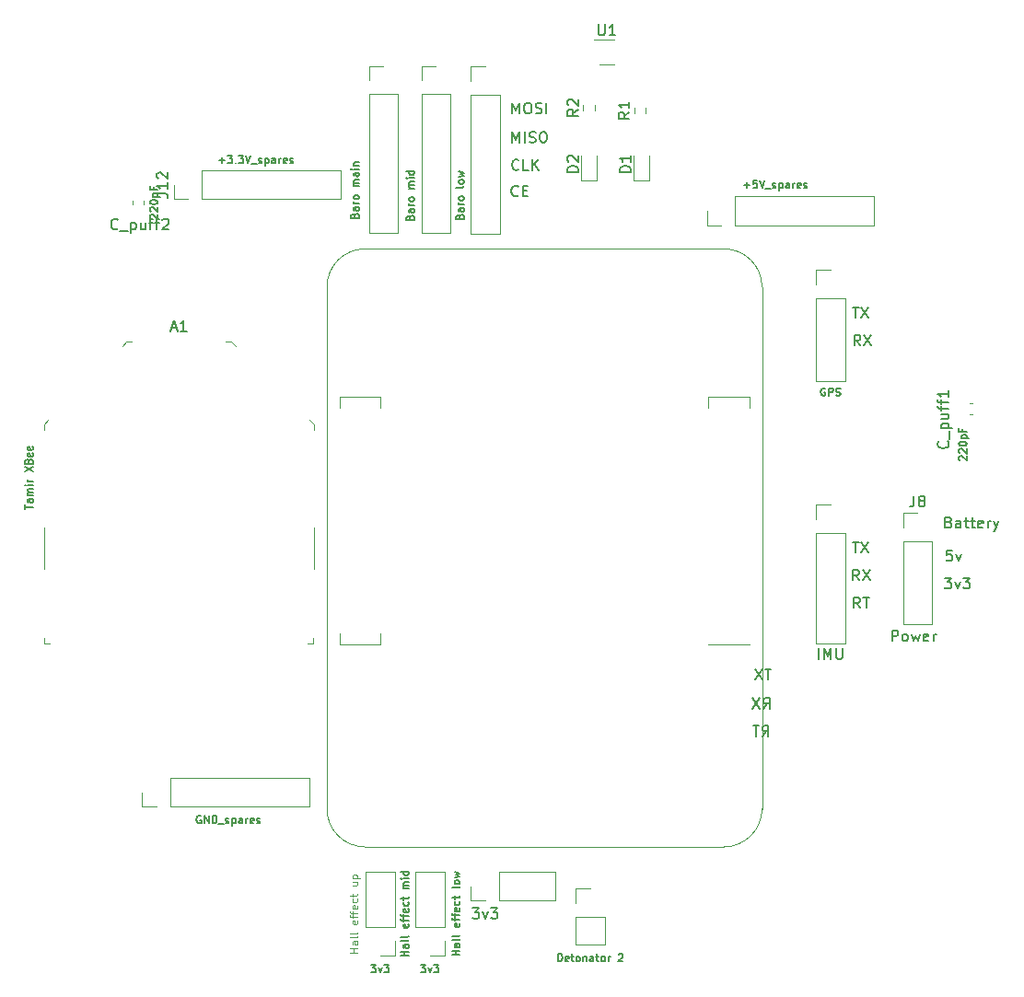
<source format=gto>
%TF.GenerationSoftware,KiCad,Pcbnew,(6.0.5)*%
%TF.CreationDate,2023-03-12T20:27:36+02:00*%
%TF.ProjectId,rpi-cm4-base-carrier-rocket,7270692d-636d-4342-9d62-6173652d6361,v01*%
%TF.SameCoordinates,Original*%
%TF.FileFunction,Legend,Top*%
%TF.FilePolarity,Positive*%
%FSLAX46Y46*%
G04 Gerber Fmt 4.6, Leading zero omitted, Abs format (unit mm)*
G04 Created by KiCad (PCBNEW (6.0.5)) date 2023-03-12 20:27:36*
%MOMM*%
%LPD*%
G01*
G04 APERTURE LIST*
%ADD10C,0.150000*%
%ADD11C,0.125000*%
%ADD12C,0.120000*%
%ADD13C,0.100000*%
G04 APERTURE END LIST*
D10*
X173061333Y-109291380D02*
X172728000Y-108815190D01*
X172489904Y-109291380D02*
X172489904Y-108291380D01*
X172870857Y-108291380D01*
X172966095Y-108339000D01*
X173013714Y-108386619D01*
X173061333Y-108481857D01*
X173061333Y-108624714D01*
X173013714Y-108719952D01*
X172966095Y-108767571D01*
X172870857Y-108815190D01*
X172489904Y-108815190D01*
X173394666Y-108291380D02*
X174061333Y-109291380D01*
X174061333Y-108291380D02*
X173394666Y-109291380D01*
X169338761Y-116530380D02*
X169338761Y-115530380D01*
X169814952Y-116530380D02*
X169814952Y-115530380D01*
X170148285Y-116244666D01*
X170481619Y-115530380D01*
X170481619Y-116530380D01*
X170957809Y-115530380D02*
X170957809Y-116339904D01*
X171005428Y-116435142D01*
X171053047Y-116482761D01*
X171148285Y-116530380D01*
X171338761Y-116530380D01*
X171434000Y-116482761D01*
X171481619Y-116435142D01*
X171529238Y-116339904D01*
X171529238Y-115530380D01*
X172466095Y-84161380D02*
X173037523Y-84161380D01*
X172751809Y-85161380D02*
X172751809Y-84161380D01*
X173275619Y-84161380D02*
X173942285Y-85161380D01*
X173942285Y-84161380D02*
X173275619Y-85161380D01*
X172466095Y-105751380D02*
X173037523Y-105751380D01*
X172751809Y-106751380D02*
X172751809Y-105751380D01*
X173275619Y-105751380D02*
X173942285Y-106751380D01*
X173942285Y-105751380D02*
X173275619Y-106751380D01*
X132770666Y-144650666D02*
X133204000Y-144650666D01*
X132970666Y-144917333D01*
X133070666Y-144917333D01*
X133137333Y-144950666D01*
X133170666Y-144984000D01*
X133204000Y-145050666D01*
X133204000Y-145217333D01*
X133170666Y-145284000D01*
X133137333Y-145317333D01*
X133070666Y-145350666D01*
X132870666Y-145350666D01*
X132804000Y-145317333D01*
X132770666Y-145284000D01*
X133437333Y-144884000D02*
X133604000Y-145350666D01*
X133770666Y-144884000D01*
X133970666Y-144650666D02*
X134404000Y-144650666D01*
X134170666Y-144917333D01*
X134270666Y-144917333D01*
X134337333Y-144950666D01*
X134370666Y-144984000D01*
X134404000Y-145050666D01*
X134404000Y-145217333D01*
X134370666Y-145284000D01*
X134337333Y-145317333D01*
X134270666Y-145350666D01*
X134070666Y-145350666D01*
X134004000Y-145317333D01*
X133970666Y-145284000D01*
X141176571Y-66365380D02*
X141176571Y-65365380D01*
X141509904Y-66079666D01*
X141843238Y-65365380D01*
X141843238Y-66365380D01*
X142509904Y-65365380D02*
X142700380Y-65365380D01*
X142795619Y-65413000D01*
X142890857Y-65508238D01*
X142938476Y-65698714D01*
X142938476Y-66032047D01*
X142890857Y-66222523D01*
X142795619Y-66317761D01*
X142700380Y-66365380D01*
X142509904Y-66365380D01*
X142414666Y-66317761D01*
X142319428Y-66222523D01*
X142271809Y-66032047D01*
X142271809Y-65698714D01*
X142319428Y-65508238D01*
X142414666Y-65413000D01*
X142509904Y-65365380D01*
X143319428Y-66317761D02*
X143462285Y-66365380D01*
X143700380Y-66365380D01*
X143795619Y-66317761D01*
X143843238Y-66270142D01*
X143890857Y-66174904D01*
X143890857Y-66079666D01*
X143843238Y-65984428D01*
X143795619Y-65936809D01*
X143700380Y-65889190D01*
X143509904Y-65841571D01*
X143414666Y-65793952D01*
X143367047Y-65746333D01*
X143319428Y-65651095D01*
X143319428Y-65555857D01*
X143367047Y-65460619D01*
X143414666Y-65413000D01*
X143509904Y-65365380D01*
X143748000Y-65365380D01*
X143890857Y-65413000D01*
X144319428Y-66365380D02*
X144319428Y-65365380D01*
X164250666Y-121102380D02*
X164584000Y-120626190D01*
X164822095Y-121102380D02*
X164822095Y-120102380D01*
X164441142Y-120102380D01*
X164345904Y-120150000D01*
X164298285Y-120197619D01*
X164250666Y-120292857D01*
X164250666Y-120435714D01*
X164298285Y-120530952D01*
X164345904Y-120578571D01*
X164441142Y-120626190D01*
X164822095Y-120626190D01*
X163917333Y-120102380D02*
X163250666Y-121102380D01*
X163250666Y-120102380D02*
X163917333Y-121102380D01*
X137493523Y-139406380D02*
X138112571Y-139406380D01*
X137779238Y-139787333D01*
X137922095Y-139787333D01*
X138017333Y-139834952D01*
X138064952Y-139882571D01*
X138112571Y-139977809D01*
X138112571Y-140215904D01*
X138064952Y-140311142D01*
X138017333Y-140358761D01*
X137922095Y-140406380D01*
X137636380Y-140406380D01*
X137541142Y-140358761D01*
X137493523Y-140311142D01*
X138445904Y-139739714D02*
X138684000Y-140406380D01*
X138922095Y-139739714D01*
X139207809Y-139406380D02*
X139826857Y-139406380D01*
X139493523Y-139787333D01*
X139636380Y-139787333D01*
X139731619Y-139834952D01*
X139779238Y-139882571D01*
X139826857Y-139977809D01*
X139826857Y-140215904D01*
X139779238Y-140311142D01*
X139731619Y-140358761D01*
X139636380Y-140406380D01*
X139350666Y-140406380D01*
X139255428Y-140358761D01*
X139207809Y-140311142D01*
X164155428Y-123642380D02*
X164488761Y-123166190D01*
X164726857Y-123642380D02*
X164726857Y-122642380D01*
X164345904Y-122642380D01*
X164250666Y-122690000D01*
X164203047Y-122737619D01*
X164155428Y-122832857D01*
X164155428Y-122975714D01*
X164203047Y-123070952D01*
X164250666Y-123118571D01*
X164345904Y-123166190D01*
X164726857Y-123166190D01*
X163869714Y-122642380D02*
X163298285Y-122642380D01*
X163584000Y-123642380D02*
X163584000Y-122642380D01*
X128198666Y-144650666D02*
X128632000Y-144650666D01*
X128398666Y-144917333D01*
X128498666Y-144917333D01*
X128565333Y-144950666D01*
X128598666Y-144984000D01*
X128632000Y-145050666D01*
X128632000Y-145217333D01*
X128598666Y-145284000D01*
X128565333Y-145317333D01*
X128498666Y-145350666D01*
X128298666Y-145350666D01*
X128232000Y-145317333D01*
X128198666Y-145284000D01*
X128865333Y-144884000D02*
X129032000Y-145350666D01*
X129198666Y-144884000D01*
X129398666Y-144650666D02*
X129832000Y-144650666D01*
X129598666Y-144917333D01*
X129698666Y-144917333D01*
X129765333Y-144950666D01*
X129798666Y-144984000D01*
X129832000Y-145050666D01*
X129832000Y-145217333D01*
X129798666Y-145284000D01*
X129765333Y-145317333D01*
X129698666Y-145350666D01*
X129498666Y-145350666D01*
X129432000Y-145317333D01*
X129398666Y-145284000D01*
X141771761Y-71477142D02*
X141724142Y-71524761D01*
X141581285Y-71572380D01*
X141486047Y-71572380D01*
X141343190Y-71524761D01*
X141247952Y-71429523D01*
X141200333Y-71334285D01*
X141152714Y-71143809D01*
X141152714Y-71000952D01*
X141200333Y-70810476D01*
X141247952Y-70715238D01*
X141343190Y-70620000D01*
X141486047Y-70572380D01*
X141581285Y-70572380D01*
X141724142Y-70620000D01*
X141771761Y-70667619D01*
X142676523Y-71572380D02*
X142200333Y-71572380D01*
X142200333Y-70572380D01*
X143009857Y-71572380D02*
X143009857Y-70572380D01*
X143581285Y-71572380D02*
X143152714Y-71000952D01*
X143581285Y-70572380D02*
X143009857Y-71143809D01*
X181316571Y-103941571D02*
X181459428Y-103989190D01*
X181507047Y-104036809D01*
X181554666Y-104132047D01*
X181554666Y-104274904D01*
X181507047Y-104370142D01*
X181459428Y-104417761D01*
X181364190Y-104465380D01*
X180983238Y-104465380D01*
X180983238Y-103465380D01*
X181316571Y-103465380D01*
X181411809Y-103513000D01*
X181459428Y-103560619D01*
X181507047Y-103655857D01*
X181507047Y-103751095D01*
X181459428Y-103846333D01*
X181411809Y-103893952D01*
X181316571Y-103941571D01*
X180983238Y-103941571D01*
X182411809Y-104465380D02*
X182411809Y-103941571D01*
X182364190Y-103846333D01*
X182268952Y-103798714D01*
X182078476Y-103798714D01*
X181983238Y-103846333D01*
X182411809Y-104417761D02*
X182316571Y-104465380D01*
X182078476Y-104465380D01*
X181983238Y-104417761D01*
X181935619Y-104322523D01*
X181935619Y-104227285D01*
X181983238Y-104132047D01*
X182078476Y-104084428D01*
X182316571Y-104084428D01*
X182411809Y-104036809D01*
X182745142Y-103798714D02*
X183126095Y-103798714D01*
X182888000Y-103465380D02*
X182888000Y-104322523D01*
X182935619Y-104417761D01*
X183030857Y-104465380D01*
X183126095Y-104465380D01*
X183316571Y-103798714D02*
X183697523Y-103798714D01*
X183459428Y-103465380D02*
X183459428Y-104322523D01*
X183507047Y-104417761D01*
X183602285Y-104465380D01*
X183697523Y-104465380D01*
X184411809Y-104417761D02*
X184316571Y-104465380D01*
X184126095Y-104465380D01*
X184030857Y-104417761D01*
X183983238Y-104322523D01*
X183983238Y-103941571D01*
X184030857Y-103846333D01*
X184126095Y-103798714D01*
X184316571Y-103798714D01*
X184411809Y-103846333D01*
X184459428Y-103941571D01*
X184459428Y-104036809D01*
X183983238Y-104132047D01*
X184888000Y-104465380D02*
X184888000Y-103798714D01*
X184888000Y-103989190D02*
X184935619Y-103893952D01*
X184983238Y-103846333D01*
X185078476Y-103798714D01*
X185173714Y-103798714D01*
X185411809Y-103798714D02*
X185649904Y-104465380D01*
X185888000Y-103798714D02*
X185649904Y-104465380D01*
X185554666Y-104703476D01*
X185507047Y-104751095D01*
X185411809Y-104798714D01*
X173156571Y-111831380D02*
X172823238Y-111355190D01*
X172585142Y-111831380D02*
X172585142Y-110831380D01*
X172966095Y-110831380D01*
X173061333Y-110879000D01*
X173108952Y-110926619D01*
X173156571Y-111021857D01*
X173156571Y-111164714D01*
X173108952Y-111259952D01*
X173061333Y-111307571D01*
X172966095Y-111355190D01*
X172585142Y-111355190D01*
X173442285Y-110831380D02*
X174013714Y-110831380D01*
X173728000Y-111831380D02*
X173728000Y-110831380D01*
X141176571Y-69032380D02*
X141176571Y-68032380D01*
X141509904Y-68746666D01*
X141843238Y-68032380D01*
X141843238Y-69032380D01*
X142319428Y-69032380D02*
X142319428Y-68032380D01*
X142748000Y-68984761D02*
X142890857Y-69032380D01*
X143128952Y-69032380D01*
X143224190Y-68984761D01*
X143271809Y-68937142D01*
X143319428Y-68841904D01*
X143319428Y-68746666D01*
X143271809Y-68651428D01*
X143224190Y-68603809D01*
X143128952Y-68556190D01*
X142938476Y-68508571D01*
X142843238Y-68460952D01*
X142795619Y-68413333D01*
X142748000Y-68318095D01*
X142748000Y-68222857D01*
X142795619Y-68127619D01*
X142843238Y-68080000D01*
X142938476Y-68032380D01*
X143176571Y-68032380D01*
X143319428Y-68080000D01*
X143938476Y-68032380D02*
X144128952Y-68032380D01*
X144224190Y-68080000D01*
X144319428Y-68175238D01*
X144367047Y-68365714D01*
X144367047Y-68699047D01*
X144319428Y-68889523D01*
X144224190Y-68984761D01*
X144128952Y-69032380D01*
X143938476Y-69032380D01*
X143843238Y-68984761D01*
X143748000Y-68889523D01*
X143700380Y-68699047D01*
X143700380Y-68365714D01*
X143748000Y-68175238D01*
X143843238Y-68080000D01*
X143938476Y-68032380D01*
X164972904Y-117435380D02*
X164401476Y-117435380D01*
X164687190Y-118435380D02*
X164687190Y-117435380D01*
X164163380Y-117435380D02*
X163496714Y-118435380D01*
X163496714Y-117435380D02*
X164163380Y-118435380D01*
X180927523Y-109053380D02*
X181546571Y-109053380D01*
X181213238Y-109434333D01*
X181356095Y-109434333D01*
X181451333Y-109481952D01*
X181498952Y-109529571D01*
X181546571Y-109624809D01*
X181546571Y-109862904D01*
X181498952Y-109958142D01*
X181451333Y-110005761D01*
X181356095Y-110053380D01*
X181070380Y-110053380D01*
X180975142Y-110005761D01*
X180927523Y-109958142D01*
X181879904Y-109386714D02*
X182118000Y-110053380D01*
X182356095Y-109386714D01*
X182641809Y-109053380D02*
X183260857Y-109053380D01*
X182927523Y-109434333D01*
X183070380Y-109434333D01*
X183165619Y-109481952D01*
X183213238Y-109529571D01*
X183260857Y-109624809D01*
X183260857Y-109862904D01*
X183213238Y-109958142D01*
X183165619Y-110005761D01*
X183070380Y-110053380D01*
X182784666Y-110053380D01*
X182689428Y-110005761D01*
X182641809Y-109958142D01*
X173188333Y-87701380D02*
X172855000Y-87225190D01*
X172616904Y-87701380D02*
X172616904Y-86701380D01*
X172997857Y-86701380D01*
X173093095Y-86749000D01*
X173140714Y-86796619D01*
X173188333Y-86891857D01*
X173188333Y-87034714D01*
X173140714Y-87129952D01*
X173093095Y-87177571D01*
X172997857Y-87225190D01*
X172616904Y-87225190D01*
X173521666Y-86701380D02*
X174188333Y-87701380D01*
X174188333Y-86701380D02*
X173521666Y-87701380D01*
X176077809Y-114879380D02*
X176077809Y-113879380D01*
X176458761Y-113879380D01*
X176554000Y-113927000D01*
X176601619Y-113974619D01*
X176649238Y-114069857D01*
X176649238Y-114212714D01*
X176601619Y-114307952D01*
X176554000Y-114355571D01*
X176458761Y-114403190D01*
X176077809Y-114403190D01*
X177220666Y-114879380D02*
X177125428Y-114831761D01*
X177077809Y-114784142D01*
X177030190Y-114688904D01*
X177030190Y-114403190D01*
X177077809Y-114307952D01*
X177125428Y-114260333D01*
X177220666Y-114212714D01*
X177363523Y-114212714D01*
X177458761Y-114260333D01*
X177506380Y-114307952D01*
X177554000Y-114403190D01*
X177554000Y-114688904D01*
X177506380Y-114784142D01*
X177458761Y-114831761D01*
X177363523Y-114879380D01*
X177220666Y-114879380D01*
X177887333Y-114212714D02*
X178077809Y-114879380D01*
X178268285Y-114403190D01*
X178458761Y-114879380D01*
X178649238Y-114212714D01*
X179411142Y-114831761D02*
X179315904Y-114879380D01*
X179125428Y-114879380D01*
X179030190Y-114831761D01*
X178982571Y-114736523D01*
X178982571Y-114355571D01*
X179030190Y-114260333D01*
X179125428Y-114212714D01*
X179315904Y-114212714D01*
X179411142Y-114260333D01*
X179458761Y-114355571D01*
X179458761Y-114450809D01*
X178982571Y-114546047D01*
X179887333Y-114879380D02*
X179887333Y-114212714D01*
X179887333Y-114403190D02*
X179934952Y-114307952D01*
X179982571Y-114260333D01*
X180077809Y-114212714D01*
X180173047Y-114212714D01*
X141716142Y-73890142D02*
X141668523Y-73937761D01*
X141525666Y-73985380D01*
X141430428Y-73985380D01*
X141287571Y-73937761D01*
X141192333Y-73842523D01*
X141144714Y-73747285D01*
X141097095Y-73556809D01*
X141097095Y-73413952D01*
X141144714Y-73223476D01*
X141192333Y-73128238D01*
X141287571Y-73033000D01*
X141430428Y-72985380D01*
X141525666Y-72985380D01*
X141668523Y-73033000D01*
X141716142Y-73080619D01*
X142144714Y-73461571D02*
X142478047Y-73461571D01*
X142620904Y-73985380D02*
X142144714Y-73985380D01*
X142144714Y-72985380D01*
X142620904Y-72985380D01*
X181594142Y-106513380D02*
X181117952Y-106513380D01*
X181070333Y-106989571D01*
X181117952Y-106941952D01*
X181213190Y-106894333D01*
X181451285Y-106894333D01*
X181546523Y-106941952D01*
X181594142Y-106989571D01*
X181641761Y-107084809D01*
X181641761Y-107322904D01*
X181594142Y-107418142D01*
X181546523Y-107465761D01*
X181451285Y-107513380D01*
X181213190Y-107513380D01*
X181117952Y-107465761D01*
X181070333Y-107418142D01*
X181975095Y-106846714D02*
X182213190Y-107513380D01*
X182451285Y-106846714D01*
%TO.C,J12*%
X108501380Y-73707523D02*
X109215666Y-73707523D01*
X109358523Y-73755142D01*
X109453761Y-73850380D01*
X109501380Y-73993238D01*
X109501380Y-74088476D01*
X109501380Y-72707523D02*
X109501380Y-73278952D01*
X109501380Y-72993238D02*
X108501380Y-72993238D01*
X108644238Y-73088476D01*
X108739476Y-73183714D01*
X108787095Y-73278952D01*
X108596619Y-72326571D02*
X108549000Y-72278952D01*
X108501380Y-72183714D01*
X108501380Y-71945619D01*
X108549000Y-71850380D01*
X108596619Y-71802761D01*
X108691857Y-71755142D01*
X108787095Y-71755142D01*
X108929952Y-71802761D01*
X109501380Y-72374190D01*
X109501380Y-71755142D01*
X114218666Y-70662000D02*
X114752000Y-70662000D01*
X114485333Y-70928666D02*
X114485333Y-70395333D01*
X115018666Y-70228666D02*
X115452000Y-70228666D01*
X115218666Y-70495333D01*
X115318666Y-70495333D01*
X115385333Y-70528666D01*
X115418666Y-70562000D01*
X115452000Y-70628666D01*
X115452000Y-70795333D01*
X115418666Y-70862000D01*
X115385333Y-70895333D01*
X115318666Y-70928666D01*
X115118666Y-70928666D01*
X115052000Y-70895333D01*
X115018666Y-70862000D01*
X115752000Y-70862000D02*
X115785333Y-70895333D01*
X115752000Y-70928666D01*
X115718666Y-70895333D01*
X115752000Y-70862000D01*
X115752000Y-70928666D01*
X116018666Y-70228666D02*
X116452000Y-70228666D01*
X116218666Y-70495333D01*
X116318666Y-70495333D01*
X116385333Y-70528666D01*
X116418666Y-70562000D01*
X116452000Y-70628666D01*
X116452000Y-70795333D01*
X116418666Y-70862000D01*
X116385333Y-70895333D01*
X116318666Y-70928666D01*
X116118666Y-70928666D01*
X116052000Y-70895333D01*
X116018666Y-70862000D01*
X116652000Y-70228666D02*
X116885333Y-70928666D01*
X117118666Y-70228666D01*
X117185333Y-70995333D02*
X117718666Y-70995333D01*
X117852000Y-70895333D02*
X117918666Y-70928666D01*
X118052000Y-70928666D01*
X118118666Y-70895333D01*
X118152000Y-70828666D01*
X118152000Y-70795333D01*
X118118666Y-70728666D01*
X118052000Y-70695333D01*
X117952000Y-70695333D01*
X117885333Y-70662000D01*
X117852000Y-70595333D01*
X117852000Y-70562000D01*
X117885333Y-70495333D01*
X117952000Y-70462000D01*
X118052000Y-70462000D01*
X118118666Y-70495333D01*
X118452000Y-70462000D02*
X118452000Y-71162000D01*
X118452000Y-70495333D02*
X118518666Y-70462000D01*
X118652000Y-70462000D01*
X118718666Y-70495333D01*
X118752000Y-70528666D01*
X118785333Y-70595333D01*
X118785333Y-70795333D01*
X118752000Y-70862000D01*
X118718666Y-70895333D01*
X118652000Y-70928666D01*
X118518666Y-70928666D01*
X118452000Y-70895333D01*
X119385333Y-70928666D02*
X119385333Y-70562000D01*
X119352000Y-70495333D01*
X119285333Y-70462000D01*
X119152000Y-70462000D01*
X119085333Y-70495333D01*
X119385333Y-70895333D02*
X119318666Y-70928666D01*
X119152000Y-70928666D01*
X119085333Y-70895333D01*
X119052000Y-70828666D01*
X119052000Y-70762000D01*
X119085333Y-70695333D01*
X119152000Y-70662000D01*
X119318666Y-70662000D01*
X119385333Y-70628666D01*
X119718666Y-70928666D02*
X119718666Y-70462000D01*
X119718666Y-70595333D02*
X119752000Y-70528666D01*
X119785333Y-70495333D01*
X119852000Y-70462000D01*
X119918666Y-70462000D01*
X120418666Y-70895333D02*
X120352000Y-70928666D01*
X120218666Y-70928666D01*
X120152000Y-70895333D01*
X120118666Y-70828666D01*
X120118666Y-70562000D01*
X120152000Y-70495333D01*
X120218666Y-70462000D01*
X120352000Y-70462000D01*
X120418666Y-70495333D01*
X120452000Y-70562000D01*
X120452000Y-70628666D01*
X120118666Y-70695333D01*
X120718666Y-70895333D02*
X120785333Y-70928666D01*
X120918666Y-70928666D01*
X120985333Y-70895333D01*
X121018666Y-70828666D01*
X121018666Y-70795333D01*
X120985333Y-70728666D01*
X120918666Y-70695333D01*
X120818666Y-70695333D01*
X120752000Y-70662000D01*
X120718666Y-70595333D01*
X120718666Y-70562000D01*
X120752000Y-70495333D01*
X120818666Y-70462000D01*
X120918666Y-70462000D01*
X120985333Y-70495333D01*
%TO.C,J6*%
X131776000Y-75930666D02*
X131809333Y-75830666D01*
X131842666Y-75797333D01*
X131909333Y-75764000D01*
X132009333Y-75764000D01*
X132076000Y-75797333D01*
X132109333Y-75830666D01*
X132142666Y-75897333D01*
X132142666Y-76164000D01*
X131442666Y-76164000D01*
X131442666Y-75930666D01*
X131476000Y-75864000D01*
X131509333Y-75830666D01*
X131576000Y-75797333D01*
X131642666Y-75797333D01*
X131709333Y-75830666D01*
X131742666Y-75864000D01*
X131776000Y-75930666D01*
X131776000Y-76164000D01*
X132142666Y-75164000D02*
X131776000Y-75164000D01*
X131709333Y-75197333D01*
X131676000Y-75264000D01*
X131676000Y-75397333D01*
X131709333Y-75464000D01*
X132109333Y-75164000D02*
X132142666Y-75230666D01*
X132142666Y-75397333D01*
X132109333Y-75464000D01*
X132042666Y-75497333D01*
X131976000Y-75497333D01*
X131909333Y-75464000D01*
X131876000Y-75397333D01*
X131876000Y-75230666D01*
X131842666Y-75164000D01*
X132142666Y-74830666D02*
X131676000Y-74830666D01*
X131809333Y-74830666D02*
X131742666Y-74797333D01*
X131709333Y-74764000D01*
X131676000Y-74697333D01*
X131676000Y-74630666D01*
X132142666Y-74297333D02*
X132109333Y-74364000D01*
X132076000Y-74397333D01*
X132009333Y-74430666D01*
X131809333Y-74430666D01*
X131742666Y-74397333D01*
X131709333Y-74364000D01*
X131676000Y-74297333D01*
X131676000Y-74197333D01*
X131709333Y-74130666D01*
X131742666Y-74097333D01*
X131809333Y-74064000D01*
X132009333Y-74064000D01*
X132076000Y-74097333D01*
X132109333Y-74130666D01*
X132142666Y-74197333D01*
X132142666Y-74297333D01*
X132142666Y-73230666D02*
X131676000Y-73230666D01*
X131742666Y-73230666D02*
X131709333Y-73197333D01*
X131676000Y-73130666D01*
X131676000Y-73030666D01*
X131709333Y-72964000D01*
X131776000Y-72930666D01*
X132142666Y-72930666D01*
X131776000Y-72930666D02*
X131709333Y-72897333D01*
X131676000Y-72830666D01*
X131676000Y-72730666D01*
X131709333Y-72664000D01*
X131776000Y-72630666D01*
X132142666Y-72630666D01*
X132142666Y-72297333D02*
X131676000Y-72297333D01*
X131442666Y-72297333D02*
X131476000Y-72330666D01*
X131509333Y-72297333D01*
X131476000Y-72264000D01*
X131442666Y-72297333D01*
X131509333Y-72297333D01*
X132142666Y-71664000D02*
X131442666Y-71664000D01*
X132109333Y-71664000D02*
X132142666Y-71730666D01*
X132142666Y-71864000D01*
X132109333Y-71930666D01*
X132076000Y-71964000D01*
X132009333Y-71997333D01*
X131809333Y-71997333D01*
X131742666Y-71964000D01*
X131709333Y-71930666D01*
X131676000Y-71864000D01*
X131676000Y-71730666D01*
X131709333Y-71664000D01*
D11*
%TO.C,J7*%
X126935666Y-143504000D02*
X126235666Y-143504000D01*
X126569000Y-143504000D02*
X126569000Y-143104000D01*
X126935666Y-143104000D02*
X126235666Y-143104000D01*
X126935666Y-142470666D02*
X126569000Y-142470666D01*
X126502333Y-142504000D01*
X126469000Y-142570666D01*
X126469000Y-142704000D01*
X126502333Y-142770666D01*
X126902333Y-142470666D02*
X126935666Y-142537333D01*
X126935666Y-142704000D01*
X126902333Y-142770666D01*
X126835666Y-142804000D01*
X126769000Y-142804000D01*
X126702333Y-142770666D01*
X126669000Y-142704000D01*
X126669000Y-142537333D01*
X126635666Y-142470666D01*
X126935666Y-142037333D02*
X126902333Y-142104000D01*
X126835666Y-142137333D01*
X126235666Y-142137333D01*
X126935666Y-141670666D02*
X126902333Y-141737333D01*
X126835666Y-141770666D01*
X126235666Y-141770666D01*
X126902333Y-140604000D02*
X126935666Y-140670666D01*
X126935666Y-140804000D01*
X126902333Y-140870666D01*
X126835666Y-140904000D01*
X126569000Y-140904000D01*
X126502333Y-140870666D01*
X126469000Y-140804000D01*
X126469000Y-140670666D01*
X126502333Y-140604000D01*
X126569000Y-140570666D01*
X126635666Y-140570666D01*
X126702333Y-140904000D01*
X126469000Y-140370666D02*
X126469000Y-140104000D01*
X126935666Y-140270666D02*
X126335666Y-140270666D01*
X126269000Y-140237333D01*
X126235666Y-140170666D01*
X126235666Y-140104000D01*
X126469000Y-139970666D02*
X126469000Y-139704000D01*
X126935666Y-139870666D02*
X126335666Y-139870666D01*
X126269000Y-139837333D01*
X126235666Y-139770666D01*
X126235666Y-139704000D01*
X126902333Y-139204000D02*
X126935666Y-139270666D01*
X126935666Y-139404000D01*
X126902333Y-139470666D01*
X126835666Y-139504000D01*
X126569000Y-139504000D01*
X126502333Y-139470666D01*
X126469000Y-139404000D01*
X126469000Y-139270666D01*
X126502333Y-139204000D01*
X126569000Y-139170666D01*
X126635666Y-139170666D01*
X126702333Y-139504000D01*
X126902333Y-138570666D02*
X126935666Y-138637333D01*
X126935666Y-138770666D01*
X126902333Y-138837333D01*
X126869000Y-138870666D01*
X126802333Y-138904000D01*
X126602333Y-138904000D01*
X126535666Y-138870666D01*
X126502333Y-138837333D01*
X126469000Y-138770666D01*
X126469000Y-138637333D01*
X126502333Y-138570666D01*
X126469000Y-138370666D02*
X126469000Y-138104000D01*
X126235666Y-138270666D02*
X126835666Y-138270666D01*
X126902333Y-138237333D01*
X126935666Y-138170666D01*
X126935666Y-138104000D01*
X126469000Y-137037333D02*
X126935666Y-137037333D01*
X126469000Y-137337333D02*
X126835666Y-137337333D01*
X126902333Y-137304000D01*
X126935666Y-137237333D01*
X126935666Y-137137333D01*
X126902333Y-137070666D01*
X126869000Y-137037333D01*
X126469000Y-136704000D02*
X127169000Y-136704000D01*
X126502333Y-136704000D02*
X126469000Y-136637333D01*
X126469000Y-136504000D01*
X126502333Y-136437333D01*
X126535666Y-136404000D01*
X126602333Y-136370666D01*
X126802333Y-136370666D01*
X126869000Y-136404000D01*
X126902333Y-136437333D01*
X126935666Y-136504000D01*
X126935666Y-136637333D01*
X126902333Y-136704000D01*
D10*
%TO.C,J5*%
X126696000Y-75739333D02*
X126729333Y-75639333D01*
X126762666Y-75606000D01*
X126829333Y-75572666D01*
X126929333Y-75572666D01*
X126996000Y-75606000D01*
X127029333Y-75639333D01*
X127062666Y-75706000D01*
X127062666Y-75972666D01*
X126362666Y-75972666D01*
X126362666Y-75739333D01*
X126396000Y-75672666D01*
X126429333Y-75639333D01*
X126496000Y-75606000D01*
X126562666Y-75606000D01*
X126629333Y-75639333D01*
X126662666Y-75672666D01*
X126696000Y-75739333D01*
X126696000Y-75972666D01*
X127062666Y-74972666D02*
X126696000Y-74972666D01*
X126629333Y-75006000D01*
X126596000Y-75072666D01*
X126596000Y-75206000D01*
X126629333Y-75272666D01*
X127029333Y-74972666D02*
X127062666Y-75039333D01*
X127062666Y-75206000D01*
X127029333Y-75272666D01*
X126962666Y-75306000D01*
X126896000Y-75306000D01*
X126829333Y-75272666D01*
X126796000Y-75206000D01*
X126796000Y-75039333D01*
X126762666Y-74972666D01*
X127062666Y-74639333D02*
X126596000Y-74639333D01*
X126729333Y-74639333D02*
X126662666Y-74606000D01*
X126629333Y-74572666D01*
X126596000Y-74506000D01*
X126596000Y-74439333D01*
X127062666Y-74106000D02*
X127029333Y-74172666D01*
X126996000Y-74206000D01*
X126929333Y-74239333D01*
X126729333Y-74239333D01*
X126662666Y-74206000D01*
X126629333Y-74172666D01*
X126596000Y-74106000D01*
X126596000Y-74006000D01*
X126629333Y-73939333D01*
X126662666Y-73906000D01*
X126729333Y-73872666D01*
X126929333Y-73872666D01*
X126996000Y-73906000D01*
X127029333Y-73939333D01*
X127062666Y-74006000D01*
X127062666Y-74106000D01*
X127062666Y-73039333D02*
X126596000Y-73039333D01*
X126662666Y-73039333D02*
X126629333Y-73006000D01*
X126596000Y-72939333D01*
X126596000Y-72839333D01*
X126629333Y-72772666D01*
X126696000Y-72739333D01*
X127062666Y-72739333D01*
X126696000Y-72739333D02*
X126629333Y-72706000D01*
X126596000Y-72639333D01*
X126596000Y-72539333D01*
X126629333Y-72472666D01*
X126696000Y-72439333D01*
X127062666Y-72439333D01*
X127062666Y-71806000D02*
X126696000Y-71806000D01*
X126629333Y-71839333D01*
X126596000Y-71906000D01*
X126596000Y-72039333D01*
X126629333Y-72106000D01*
X127029333Y-71806000D02*
X127062666Y-71872666D01*
X127062666Y-72039333D01*
X127029333Y-72106000D01*
X126962666Y-72139333D01*
X126896000Y-72139333D01*
X126829333Y-72106000D01*
X126796000Y-72039333D01*
X126796000Y-71872666D01*
X126762666Y-71806000D01*
X127062666Y-71472666D02*
X126596000Y-71472666D01*
X126362666Y-71472666D02*
X126396000Y-71506000D01*
X126429333Y-71472666D01*
X126396000Y-71439333D01*
X126362666Y-71472666D01*
X126429333Y-71472666D01*
X126596000Y-71139333D02*
X127062666Y-71139333D01*
X126662666Y-71139333D02*
X126629333Y-71106000D01*
X126596000Y-71039333D01*
X126596000Y-70939333D01*
X126629333Y-70872666D01*
X126696000Y-70839333D01*
X127062666Y-70839333D01*
%TO.C,D2*%
X147231380Y-71731095D02*
X146231380Y-71731095D01*
X146231380Y-71493000D01*
X146279000Y-71350142D01*
X146374238Y-71254904D01*
X146469476Y-71207285D01*
X146659952Y-71159666D01*
X146802809Y-71159666D01*
X146993285Y-71207285D01*
X147088523Y-71254904D01*
X147183761Y-71350142D01*
X147231380Y-71493000D01*
X147231380Y-71731095D01*
X146326619Y-70778714D02*
X146279000Y-70731095D01*
X146231380Y-70635857D01*
X146231380Y-70397761D01*
X146279000Y-70302523D01*
X146326619Y-70254904D01*
X146421857Y-70207285D01*
X146517095Y-70207285D01*
X146659952Y-70254904D01*
X147231380Y-70826333D01*
X147231380Y-70207285D01*
%TO.C,J15*%
X112545333Y-130968000D02*
X112478666Y-130934666D01*
X112378666Y-130934666D01*
X112278666Y-130968000D01*
X112212000Y-131034666D01*
X112178666Y-131101333D01*
X112145333Y-131234666D01*
X112145333Y-131334666D01*
X112178666Y-131468000D01*
X112212000Y-131534666D01*
X112278666Y-131601333D01*
X112378666Y-131634666D01*
X112445333Y-131634666D01*
X112545333Y-131601333D01*
X112578666Y-131568000D01*
X112578666Y-131334666D01*
X112445333Y-131334666D01*
X112878666Y-131634666D02*
X112878666Y-130934666D01*
X113278666Y-131634666D01*
X113278666Y-130934666D01*
X113612000Y-131634666D02*
X113612000Y-130934666D01*
X113778666Y-130934666D01*
X113878666Y-130968000D01*
X113945333Y-131034666D01*
X113978666Y-131101333D01*
X114012000Y-131234666D01*
X114012000Y-131334666D01*
X113978666Y-131468000D01*
X113945333Y-131534666D01*
X113878666Y-131601333D01*
X113778666Y-131634666D01*
X113612000Y-131634666D01*
X114145333Y-131701333D02*
X114678666Y-131701333D01*
X114812000Y-131601333D02*
X114878666Y-131634666D01*
X115012000Y-131634666D01*
X115078666Y-131601333D01*
X115112000Y-131534666D01*
X115112000Y-131501333D01*
X115078666Y-131434666D01*
X115012000Y-131401333D01*
X114912000Y-131401333D01*
X114845333Y-131368000D01*
X114812000Y-131301333D01*
X114812000Y-131268000D01*
X114845333Y-131201333D01*
X114912000Y-131168000D01*
X115012000Y-131168000D01*
X115078666Y-131201333D01*
X115412000Y-131168000D02*
X115412000Y-131868000D01*
X115412000Y-131201333D02*
X115478666Y-131168000D01*
X115612000Y-131168000D01*
X115678666Y-131201333D01*
X115712000Y-131234666D01*
X115745333Y-131301333D01*
X115745333Y-131501333D01*
X115712000Y-131568000D01*
X115678666Y-131601333D01*
X115612000Y-131634666D01*
X115478666Y-131634666D01*
X115412000Y-131601333D01*
X116345333Y-131634666D02*
X116345333Y-131268000D01*
X116312000Y-131201333D01*
X116245333Y-131168000D01*
X116112000Y-131168000D01*
X116045333Y-131201333D01*
X116345333Y-131601333D02*
X116278666Y-131634666D01*
X116112000Y-131634666D01*
X116045333Y-131601333D01*
X116012000Y-131534666D01*
X116012000Y-131468000D01*
X116045333Y-131401333D01*
X116112000Y-131368000D01*
X116278666Y-131368000D01*
X116345333Y-131334666D01*
X116678666Y-131634666D02*
X116678666Y-131168000D01*
X116678666Y-131301333D02*
X116712000Y-131234666D01*
X116745333Y-131201333D01*
X116812000Y-131168000D01*
X116878666Y-131168000D01*
X117378666Y-131601333D02*
X117312000Y-131634666D01*
X117178666Y-131634666D01*
X117112000Y-131601333D01*
X117078666Y-131534666D01*
X117078666Y-131268000D01*
X117112000Y-131201333D01*
X117178666Y-131168000D01*
X117312000Y-131168000D01*
X117378666Y-131201333D01*
X117412000Y-131268000D01*
X117412000Y-131334666D01*
X117078666Y-131401333D01*
X117678666Y-131601333D02*
X117745333Y-131634666D01*
X117878666Y-131634666D01*
X117945333Y-131601333D01*
X117978666Y-131534666D01*
X117978666Y-131501333D01*
X117945333Y-131434666D01*
X117878666Y-131401333D01*
X117778666Y-131401333D01*
X117712000Y-131368000D01*
X117678666Y-131301333D01*
X117678666Y-131268000D01*
X117712000Y-131201333D01*
X117778666Y-131168000D01*
X117878666Y-131168000D01*
X117945333Y-131201333D01*
%TO.C,R1*%
X151930380Y-66230166D02*
X151454190Y-66563500D01*
X151930380Y-66801595D02*
X150930380Y-66801595D01*
X150930380Y-66420642D01*
X150978000Y-66325404D01*
X151025619Y-66277785D01*
X151120857Y-66230166D01*
X151263714Y-66230166D01*
X151358952Y-66277785D01*
X151406571Y-66325404D01*
X151454190Y-66420642D01*
X151454190Y-66801595D01*
X151930380Y-65277785D02*
X151930380Y-65849214D01*
X151930380Y-65563500D02*
X150930380Y-65563500D01*
X151073238Y-65658738D01*
X151168476Y-65753976D01*
X151216095Y-65849214D01*
%TO.C,C_puff1*%
X181205142Y-96511809D02*
X181252761Y-96559428D01*
X181300380Y-96702285D01*
X181300380Y-96797523D01*
X181252761Y-96940380D01*
X181157523Y-97035619D01*
X181062285Y-97083238D01*
X180871809Y-97130857D01*
X180728952Y-97130857D01*
X180538476Y-97083238D01*
X180443238Y-97035619D01*
X180348000Y-96940380D01*
X180300380Y-96797523D01*
X180300380Y-96702285D01*
X180348000Y-96559428D01*
X180395619Y-96511809D01*
X181395619Y-96321333D02*
X181395619Y-95559428D01*
X180633714Y-95321333D02*
X181633714Y-95321333D01*
X180681333Y-95321333D02*
X180633714Y-95226095D01*
X180633714Y-95035619D01*
X180681333Y-94940380D01*
X180728952Y-94892761D01*
X180824190Y-94845142D01*
X181109904Y-94845142D01*
X181205142Y-94892761D01*
X181252761Y-94940380D01*
X181300380Y-95035619D01*
X181300380Y-95226095D01*
X181252761Y-95321333D01*
X180633714Y-93988000D02*
X181300380Y-93988000D01*
X180633714Y-94416571D02*
X181157523Y-94416571D01*
X181252761Y-94368952D01*
X181300380Y-94273714D01*
X181300380Y-94130857D01*
X181252761Y-94035619D01*
X181205142Y-93988000D01*
X180633714Y-93654666D02*
X180633714Y-93273714D01*
X181300380Y-93511809D02*
X180443238Y-93511809D01*
X180348000Y-93464190D01*
X180300380Y-93368952D01*
X180300380Y-93273714D01*
X180633714Y-93083238D02*
X180633714Y-92702285D01*
X181300380Y-92940380D02*
X180443238Y-92940380D01*
X180348000Y-92892761D01*
X180300380Y-92797523D01*
X180300380Y-92702285D01*
X181300380Y-91845142D02*
X181300380Y-92416571D01*
X181300380Y-92130857D02*
X180300380Y-92130857D01*
X180443238Y-92226095D01*
X180538476Y-92321333D01*
X180586095Y-92416571D01*
X182309333Y-98257333D02*
X182276000Y-98224000D01*
X182242666Y-98157333D01*
X182242666Y-97990666D01*
X182276000Y-97924000D01*
X182309333Y-97890666D01*
X182376000Y-97857333D01*
X182442666Y-97857333D01*
X182542666Y-97890666D01*
X182942666Y-98290666D01*
X182942666Y-97857333D01*
X182309333Y-97590666D02*
X182276000Y-97557333D01*
X182242666Y-97490666D01*
X182242666Y-97324000D01*
X182276000Y-97257333D01*
X182309333Y-97224000D01*
X182376000Y-97190666D01*
X182442666Y-97190666D01*
X182542666Y-97224000D01*
X182942666Y-97624000D01*
X182942666Y-97190666D01*
X182242666Y-96757333D02*
X182242666Y-96690666D01*
X182276000Y-96624000D01*
X182309333Y-96590666D01*
X182376000Y-96557333D01*
X182509333Y-96524000D01*
X182676000Y-96524000D01*
X182809333Y-96557333D01*
X182876000Y-96590666D01*
X182909333Y-96624000D01*
X182942666Y-96690666D01*
X182942666Y-96757333D01*
X182909333Y-96824000D01*
X182876000Y-96857333D01*
X182809333Y-96890666D01*
X182676000Y-96924000D01*
X182509333Y-96924000D01*
X182376000Y-96890666D01*
X182309333Y-96857333D01*
X182276000Y-96824000D01*
X182242666Y-96757333D01*
X182476000Y-96224000D02*
X183176000Y-96224000D01*
X182509333Y-96224000D02*
X182476000Y-96157333D01*
X182476000Y-96024000D01*
X182509333Y-95957333D01*
X182542666Y-95924000D01*
X182609333Y-95890666D01*
X182809333Y-95890666D01*
X182876000Y-95924000D01*
X182909333Y-95957333D01*
X182942666Y-96024000D01*
X182942666Y-96157333D01*
X182909333Y-96224000D01*
X182576000Y-95357333D02*
X182576000Y-95590666D01*
X182942666Y-95590666D02*
X182242666Y-95590666D01*
X182242666Y-95257333D01*
%TO.C,J11*%
X131634666Y-143820666D02*
X130934666Y-143820666D01*
X131268000Y-143820666D02*
X131268000Y-143420666D01*
X131634666Y-143420666D02*
X130934666Y-143420666D01*
X131634666Y-142787333D02*
X131268000Y-142787333D01*
X131201333Y-142820666D01*
X131168000Y-142887333D01*
X131168000Y-143020666D01*
X131201333Y-143087333D01*
X131601333Y-142787333D02*
X131634666Y-142854000D01*
X131634666Y-143020666D01*
X131601333Y-143087333D01*
X131534666Y-143120666D01*
X131468000Y-143120666D01*
X131401333Y-143087333D01*
X131368000Y-143020666D01*
X131368000Y-142854000D01*
X131334666Y-142787333D01*
X131634666Y-142354000D02*
X131601333Y-142420666D01*
X131534666Y-142454000D01*
X130934666Y-142454000D01*
X131634666Y-141987333D02*
X131601333Y-142054000D01*
X131534666Y-142087333D01*
X130934666Y-142087333D01*
X131601333Y-140920666D02*
X131634666Y-140987333D01*
X131634666Y-141120666D01*
X131601333Y-141187333D01*
X131534666Y-141220666D01*
X131268000Y-141220666D01*
X131201333Y-141187333D01*
X131168000Y-141120666D01*
X131168000Y-140987333D01*
X131201333Y-140920666D01*
X131268000Y-140887333D01*
X131334666Y-140887333D01*
X131401333Y-141220666D01*
X131168000Y-140687333D02*
X131168000Y-140420666D01*
X131634666Y-140587333D02*
X131034666Y-140587333D01*
X130968000Y-140554000D01*
X130934666Y-140487333D01*
X130934666Y-140420666D01*
X131168000Y-140287333D02*
X131168000Y-140020666D01*
X131634666Y-140187333D02*
X131034666Y-140187333D01*
X130968000Y-140154000D01*
X130934666Y-140087333D01*
X130934666Y-140020666D01*
X131601333Y-139520666D02*
X131634666Y-139587333D01*
X131634666Y-139720666D01*
X131601333Y-139787333D01*
X131534666Y-139820666D01*
X131268000Y-139820666D01*
X131201333Y-139787333D01*
X131168000Y-139720666D01*
X131168000Y-139587333D01*
X131201333Y-139520666D01*
X131268000Y-139487333D01*
X131334666Y-139487333D01*
X131401333Y-139820666D01*
X131601333Y-138887333D02*
X131634666Y-138954000D01*
X131634666Y-139087333D01*
X131601333Y-139154000D01*
X131568000Y-139187333D01*
X131501333Y-139220666D01*
X131301333Y-139220666D01*
X131234666Y-139187333D01*
X131201333Y-139154000D01*
X131168000Y-139087333D01*
X131168000Y-138954000D01*
X131201333Y-138887333D01*
X131168000Y-138687333D02*
X131168000Y-138420666D01*
X130934666Y-138587333D02*
X131534666Y-138587333D01*
X131601333Y-138554000D01*
X131634666Y-138487333D01*
X131634666Y-138420666D01*
X131634666Y-137654000D02*
X131168000Y-137654000D01*
X131234666Y-137654000D02*
X131201333Y-137620666D01*
X131168000Y-137554000D01*
X131168000Y-137454000D01*
X131201333Y-137387333D01*
X131268000Y-137354000D01*
X131634666Y-137354000D01*
X131268000Y-137354000D02*
X131201333Y-137320666D01*
X131168000Y-137254000D01*
X131168000Y-137154000D01*
X131201333Y-137087333D01*
X131268000Y-137054000D01*
X131634666Y-137054000D01*
X131634666Y-136720666D02*
X131168000Y-136720666D01*
X130934666Y-136720666D02*
X130968000Y-136754000D01*
X131001333Y-136720666D01*
X130968000Y-136687333D01*
X130934666Y-136720666D01*
X131001333Y-136720666D01*
X131634666Y-136087333D02*
X130934666Y-136087333D01*
X131601333Y-136087333D02*
X131634666Y-136154000D01*
X131634666Y-136287333D01*
X131601333Y-136354000D01*
X131568000Y-136387333D01*
X131501333Y-136420666D01*
X131301333Y-136420666D01*
X131234666Y-136387333D01*
X131201333Y-136354000D01*
X131168000Y-136287333D01*
X131168000Y-136154000D01*
X131201333Y-136087333D01*
%TO.C,D1*%
X152057380Y-71731095D02*
X151057380Y-71731095D01*
X151057380Y-71493000D01*
X151105000Y-71350142D01*
X151200238Y-71254904D01*
X151295476Y-71207285D01*
X151485952Y-71159666D01*
X151628809Y-71159666D01*
X151819285Y-71207285D01*
X151914523Y-71254904D01*
X152009761Y-71350142D01*
X152057380Y-71493000D01*
X152057380Y-71731095D01*
X152057380Y-70207285D02*
X152057380Y-70778714D01*
X152057380Y-70493000D02*
X151057380Y-70493000D01*
X151200238Y-70588238D01*
X151295476Y-70683476D01*
X151343095Y-70778714D01*
%TO.C,U1*%
X149098095Y-58158380D02*
X149098095Y-58967904D01*
X149145714Y-59063142D01*
X149193333Y-59110761D01*
X149288571Y-59158380D01*
X149479047Y-59158380D01*
X149574285Y-59110761D01*
X149621904Y-59063142D01*
X149669523Y-58967904D01*
X149669523Y-58158380D01*
X150669523Y-59158380D02*
X150098095Y-59158380D01*
X150383809Y-59158380D02*
X150383809Y-58158380D01*
X150288571Y-58301238D01*
X150193333Y-58396476D01*
X150098095Y-58444095D01*
%TO.C,J10*%
X145369333Y-144334666D02*
X145369333Y-143634666D01*
X145536000Y-143634666D01*
X145636000Y-143668000D01*
X145702666Y-143734666D01*
X145736000Y-143801333D01*
X145769333Y-143934666D01*
X145769333Y-144034666D01*
X145736000Y-144168000D01*
X145702666Y-144234666D01*
X145636000Y-144301333D01*
X145536000Y-144334666D01*
X145369333Y-144334666D01*
X146336000Y-144301333D02*
X146269333Y-144334666D01*
X146136000Y-144334666D01*
X146069333Y-144301333D01*
X146036000Y-144234666D01*
X146036000Y-143968000D01*
X146069333Y-143901333D01*
X146136000Y-143868000D01*
X146269333Y-143868000D01*
X146336000Y-143901333D01*
X146369333Y-143968000D01*
X146369333Y-144034666D01*
X146036000Y-144101333D01*
X146569333Y-143868000D02*
X146836000Y-143868000D01*
X146669333Y-143634666D02*
X146669333Y-144234666D01*
X146702666Y-144301333D01*
X146769333Y-144334666D01*
X146836000Y-144334666D01*
X147169333Y-144334666D02*
X147102666Y-144301333D01*
X147069333Y-144268000D01*
X147036000Y-144201333D01*
X147036000Y-144001333D01*
X147069333Y-143934666D01*
X147102666Y-143901333D01*
X147169333Y-143868000D01*
X147269333Y-143868000D01*
X147336000Y-143901333D01*
X147369333Y-143934666D01*
X147402666Y-144001333D01*
X147402666Y-144201333D01*
X147369333Y-144268000D01*
X147336000Y-144301333D01*
X147269333Y-144334666D01*
X147169333Y-144334666D01*
X147702666Y-143868000D02*
X147702666Y-144334666D01*
X147702666Y-143934666D02*
X147736000Y-143901333D01*
X147802666Y-143868000D01*
X147902666Y-143868000D01*
X147969333Y-143901333D01*
X148002666Y-143968000D01*
X148002666Y-144334666D01*
X148636000Y-144334666D02*
X148636000Y-143968000D01*
X148602666Y-143901333D01*
X148536000Y-143868000D01*
X148402666Y-143868000D01*
X148336000Y-143901333D01*
X148636000Y-144301333D02*
X148569333Y-144334666D01*
X148402666Y-144334666D01*
X148336000Y-144301333D01*
X148302666Y-144234666D01*
X148302666Y-144168000D01*
X148336000Y-144101333D01*
X148402666Y-144068000D01*
X148569333Y-144068000D01*
X148636000Y-144034666D01*
X148869333Y-143868000D02*
X149136000Y-143868000D01*
X148969333Y-143634666D02*
X148969333Y-144234666D01*
X149002666Y-144301333D01*
X149069333Y-144334666D01*
X149136000Y-144334666D01*
X149469333Y-144334666D02*
X149402666Y-144301333D01*
X149369333Y-144268000D01*
X149336000Y-144201333D01*
X149336000Y-144001333D01*
X149369333Y-143934666D01*
X149402666Y-143901333D01*
X149469333Y-143868000D01*
X149569333Y-143868000D01*
X149636000Y-143901333D01*
X149669333Y-143934666D01*
X149702666Y-144001333D01*
X149702666Y-144201333D01*
X149669333Y-144268000D01*
X149636000Y-144301333D01*
X149569333Y-144334666D01*
X149469333Y-144334666D01*
X150002666Y-144334666D02*
X150002666Y-143868000D01*
X150002666Y-144001333D02*
X150036000Y-143934666D01*
X150069333Y-143901333D01*
X150136000Y-143868000D01*
X150202666Y-143868000D01*
X150936000Y-143701333D02*
X150969333Y-143668000D01*
X151036000Y-143634666D01*
X151202666Y-143634666D01*
X151269333Y-143668000D01*
X151302666Y-143701333D01*
X151336000Y-143768000D01*
X151336000Y-143834666D01*
X151302666Y-143934666D01*
X150902666Y-144334666D01*
X151336000Y-144334666D01*
%TO.C,C_puff2*%
X104910190Y-76938142D02*
X104862571Y-76985761D01*
X104719714Y-77033380D01*
X104624476Y-77033380D01*
X104481619Y-76985761D01*
X104386380Y-76890523D01*
X104338761Y-76795285D01*
X104291142Y-76604809D01*
X104291142Y-76461952D01*
X104338761Y-76271476D01*
X104386380Y-76176238D01*
X104481619Y-76081000D01*
X104624476Y-76033380D01*
X104719714Y-76033380D01*
X104862571Y-76081000D01*
X104910190Y-76128619D01*
X105100666Y-77128619D02*
X105862571Y-77128619D01*
X106100666Y-76366714D02*
X106100666Y-77366714D01*
X106100666Y-76414333D02*
X106195904Y-76366714D01*
X106386380Y-76366714D01*
X106481619Y-76414333D01*
X106529238Y-76461952D01*
X106576857Y-76557190D01*
X106576857Y-76842904D01*
X106529238Y-76938142D01*
X106481619Y-76985761D01*
X106386380Y-77033380D01*
X106195904Y-77033380D01*
X106100666Y-76985761D01*
X107434000Y-76366714D02*
X107434000Y-77033380D01*
X107005428Y-76366714D02*
X107005428Y-76890523D01*
X107053047Y-76985761D01*
X107148285Y-77033380D01*
X107291142Y-77033380D01*
X107386380Y-76985761D01*
X107434000Y-76938142D01*
X107767333Y-76366714D02*
X108148285Y-76366714D01*
X107910190Y-77033380D02*
X107910190Y-76176238D01*
X107957809Y-76081000D01*
X108053047Y-76033380D01*
X108148285Y-76033380D01*
X108338761Y-76366714D02*
X108719714Y-76366714D01*
X108481619Y-77033380D02*
X108481619Y-76176238D01*
X108529238Y-76081000D01*
X108624476Y-76033380D01*
X108719714Y-76033380D01*
X109005428Y-76128619D02*
X109053047Y-76081000D01*
X109148285Y-76033380D01*
X109386380Y-76033380D01*
X109481619Y-76081000D01*
X109529238Y-76128619D01*
X109576857Y-76223857D01*
X109576857Y-76319095D01*
X109529238Y-76461952D01*
X108957809Y-77033380D01*
X109576857Y-77033380D01*
X107920333Y-76032333D02*
X107887000Y-75999000D01*
X107853666Y-75932333D01*
X107853666Y-75765666D01*
X107887000Y-75699000D01*
X107920333Y-75665666D01*
X107987000Y-75632333D01*
X108053666Y-75632333D01*
X108153666Y-75665666D01*
X108553666Y-76065666D01*
X108553666Y-75632333D01*
X107920333Y-75365666D02*
X107887000Y-75332333D01*
X107853666Y-75265666D01*
X107853666Y-75099000D01*
X107887000Y-75032333D01*
X107920333Y-74999000D01*
X107987000Y-74965666D01*
X108053666Y-74965666D01*
X108153666Y-74999000D01*
X108553666Y-75399000D01*
X108553666Y-74965666D01*
X107853666Y-74532333D02*
X107853666Y-74465666D01*
X107887000Y-74399000D01*
X107920333Y-74365666D01*
X107987000Y-74332333D01*
X108120333Y-74299000D01*
X108287000Y-74299000D01*
X108420333Y-74332333D01*
X108487000Y-74365666D01*
X108520333Y-74399000D01*
X108553666Y-74465666D01*
X108553666Y-74532333D01*
X108520333Y-74599000D01*
X108487000Y-74632333D01*
X108420333Y-74665666D01*
X108287000Y-74699000D01*
X108120333Y-74699000D01*
X107987000Y-74665666D01*
X107920333Y-74632333D01*
X107887000Y-74599000D01*
X107853666Y-74532333D01*
X108087000Y-73999000D02*
X108787000Y-73999000D01*
X108120333Y-73999000D02*
X108087000Y-73932333D01*
X108087000Y-73799000D01*
X108120333Y-73732333D01*
X108153666Y-73699000D01*
X108220333Y-73665666D01*
X108420333Y-73665666D01*
X108487000Y-73699000D01*
X108520333Y-73732333D01*
X108553666Y-73799000D01*
X108553666Y-73932333D01*
X108520333Y-73999000D01*
X108187000Y-73132333D02*
X108187000Y-73365666D01*
X108553666Y-73365666D02*
X107853666Y-73365666D01*
X107853666Y-73032333D01*
%TO.C,J9*%
X136348000Y-75847333D02*
X136381333Y-75747333D01*
X136414666Y-75714000D01*
X136481333Y-75680666D01*
X136581333Y-75680666D01*
X136648000Y-75714000D01*
X136681333Y-75747333D01*
X136714666Y-75814000D01*
X136714666Y-76080666D01*
X136014666Y-76080666D01*
X136014666Y-75847333D01*
X136048000Y-75780666D01*
X136081333Y-75747333D01*
X136148000Y-75714000D01*
X136214666Y-75714000D01*
X136281333Y-75747333D01*
X136314666Y-75780666D01*
X136348000Y-75847333D01*
X136348000Y-76080666D01*
X136714666Y-75080666D02*
X136348000Y-75080666D01*
X136281333Y-75114000D01*
X136248000Y-75180666D01*
X136248000Y-75314000D01*
X136281333Y-75380666D01*
X136681333Y-75080666D02*
X136714666Y-75147333D01*
X136714666Y-75314000D01*
X136681333Y-75380666D01*
X136614666Y-75414000D01*
X136548000Y-75414000D01*
X136481333Y-75380666D01*
X136448000Y-75314000D01*
X136448000Y-75147333D01*
X136414666Y-75080666D01*
X136714666Y-74747333D02*
X136248000Y-74747333D01*
X136381333Y-74747333D02*
X136314666Y-74714000D01*
X136281333Y-74680666D01*
X136248000Y-74614000D01*
X136248000Y-74547333D01*
X136714666Y-74214000D02*
X136681333Y-74280666D01*
X136648000Y-74314000D01*
X136581333Y-74347333D01*
X136381333Y-74347333D01*
X136314666Y-74314000D01*
X136281333Y-74280666D01*
X136248000Y-74214000D01*
X136248000Y-74114000D01*
X136281333Y-74047333D01*
X136314666Y-74014000D01*
X136381333Y-73980666D01*
X136581333Y-73980666D01*
X136648000Y-74014000D01*
X136681333Y-74047333D01*
X136714666Y-74114000D01*
X136714666Y-74214000D01*
X136714666Y-73047333D02*
X136681333Y-73114000D01*
X136614666Y-73147333D01*
X136014666Y-73147333D01*
X136714666Y-72680666D02*
X136681333Y-72747333D01*
X136648000Y-72780666D01*
X136581333Y-72814000D01*
X136381333Y-72814000D01*
X136314666Y-72780666D01*
X136281333Y-72747333D01*
X136248000Y-72680666D01*
X136248000Y-72580666D01*
X136281333Y-72514000D01*
X136314666Y-72480666D01*
X136381333Y-72447333D01*
X136581333Y-72447333D01*
X136648000Y-72480666D01*
X136681333Y-72514000D01*
X136714666Y-72580666D01*
X136714666Y-72680666D01*
X136248000Y-72214000D02*
X136714666Y-72080666D01*
X136381333Y-71947333D01*
X136714666Y-71814000D01*
X136248000Y-71680666D01*
%TO.C,J8*%
X178101666Y-101516380D02*
X178101666Y-102230666D01*
X178054047Y-102373523D01*
X177958809Y-102468761D01*
X177815952Y-102516380D01*
X177720714Y-102516380D01*
X178720714Y-101944952D02*
X178625476Y-101897333D01*
X178577857Y-101849714D01*
X178530238Y-101754476D01*
X178530238Y-101706857D01*
X178577857Y-101611619D01*
X178625476Y-101564000D01*
X178720714Y-101516380D01*
X178911190Y-101516380D01*
X179006428Y-101564000D01*
X179054047Y-101611619D01*
X179101666Y-101706857D01*
X179101666Y-101754476D01*
X179054047Y-101849714D01*
X179006428Y-101897333D01*
X178911190Y-101944952D01*
X178720714Y-101944952D01*
X178625476Y-101992571D01*
X178577857Y-102040190D01*
X178530238Y-102135428D01*
X178530238Y-102325904D01*
X178577857Y-102421142D01*
X178625476Y-102468761D01*
X178720714Y-102516380D01*
X178911190Y-102516380D01*
X179006428Y-102468761D01*
X179054047Y-102421142D01*
X179101666Y-102325904D01*
X179101666Y-102135428D01*
X179054047Y-102040190D01*
X179006428Y-101992571D01*
X178911190Y-101944952D01*
%TO.C,J14*%
X162470666Y-72948000D02*
X163004000Y-72948000D01*
X162737333Y-73214666D02*
X162737333Y-72681333D01*
X163670666Y-72514666D02*
X163337333Y-72514666D01*
X163304000Y-72848000D01*
X163337333Y-72814666D01*
X163404000Y-72781333D01*
X163570666Y-72781333D01*
X163637333Y-72814666D01*
X163670666Y-72848000D01*
X163704000Y-72914666D01*
X163704000Y-73081333D01*
X163670666Y-73148000D01*
X163637333Y-73181333D01*
X163570666Y-73214666D01*
X163404000Y-73214666D01*
X163337333Y-73181333D01*
X163304000Y-73148000D01*
X163904000Y-72514666D02*
X164137333Y-73214666D01*
X164370666Y-72514666D01*
X164437333Y-73281333D02*
X164970666Y-73281333D01*
X165104000Y-73181333D02*
X165170666Y-73214666D01*
X165304000Y-73214666D01*
X165370666Y-73181333D01*
X165404000Y-73114666D01*
X165404000Y-73081333D01*
X165370666Y-73014666D01*
X165304000Y-72981333D01*
X165204000Y-72981333D01*
X165137333Y-72948000D01*
X165104000Y-72881333D01*
X165104000Y-72848000D01*
X165137333Y-72781333D01*
X165204000Y-72748000D01*
X165304000Y-72748000D01*
X165370666Y-72781333D01*
X165704000Y-72748000D02*
X165704000Y-73448000D01*
X165704000Y-72781333D02*
X165770666Y-72748000D01*
X165904000Y-72748000D01*
X165970666Y-72781333D01*
X166004000Y-72814666D01*
X166037333Y-72881333D01*
X166037333Y-73081333D01*
X166004000Y-73148000D01*
X165970666Y-73181333D01*
X165904000Y-73214666D01*
X165770666Y-73214666D01*
X165704000Y-73181333D01*
X166637333Y-73214666D02*
X166637333Y-72848000D01*
X166604000Y-72781333D01*
X166537333Y-72748000D01*
X166404000Y-72748000D01*
X166337333Y-72781333D01*
X166637333Y-73181333D02*
X166570666Y-73214666D01*
X166404000Y-73214666D01*
X166337333Y-73181333D01*
X166304000Y-73114666D01*
X166304000Y-73048000D01*
X166337333Y-72981333D01*
X166404000Y-72948000D01*
X166570666Y-72948000D01*
X166637333Y-72914666D01*
X166970666Y-73214666D02*
X166970666Y-72748000D01*
X166970666Y-72881333D02*
X167004000Y-72814666D01*
X167037333Y-72781333D01*
X167104000Y-72748000D01*
X167170666Y-72748000D01*
X167670666Y-73181333D02*
X167604000Y-73214666D01*
X167470666Y-73214666D01*
X167404000Y-73181333D01*
X167370666Y-73114666D01*
X167370666Y-72848000D01*
X167404000Y-72781333D01*
X167470666Y-72748000D01*
X167604000Y-72748000D01*
X167670666Y-72781333D01*
X167704000Y-72848000D01*
X167704000Y-72914666D01*
X167370666Y-72981333D01*
X167970666Y-73181333D02*
X168037333Y-73214666D01*
X168170666Y-73214666D01*
X168237333Y-73181333D01*
X168270666Y-73114666D01*
X168270666Y-73081333D01*
X168237333Y-73014666D01*
X168170666Y-72981333D01*
X168070666Y-72981333D01*
X168004000Y-72948000D01*
X167970666Y-72881333D01*
X167970666Y-72848000D01*
X168004000Y-72781333D01*
X168070666Y-72748000D01*
X168170666Y-72748000D01*
X168237333Y-72781333D01*
%TO.C,J16*%
X169934000Y-91642000D02*
X169867333Y-91608666D01*
X169767333Y-91608666D01*
X169667333Y-91642000D01*
X169600666Y-91708666D01*
X169567333Y-91775333D01*
X169534000Y-91908666D01*
X169534000Y-92008666D01*
X169567333Y-92142000D01*
X169600666Y-92208666D01*
X169667333Y-92275333D01*
X169767333Y-92308666D01*
X169834000Y-92308666D01*
X169934000Y-92275333D01*
X169967333Y-92242000D01*
X169967333Y-92008666D01*
X169834000Y-92008666D01*
X170267333Y-92308666D02*
X170267333Y-91608666D01*
X170534000Y-91608666D01*
X170600666Y-91642000D01*
X170634000Y-91675333D01*
X170667333Y-91742000D01*
X170667333Y-91842000D01*
X170634000Y-91908666D01*
X170600666Y-91942000D01*
X170534000Y-91975333D01*
X170267333Y-91975333D01*
X170934000Y-92275333D02*
X171034000Y-92308666D01*
X171200666Y-92308666D01*
X171267333Y-92275333D01*
X171300666Y-92242000D01*
X171334000Y-92175333D01*
X171334000Y-92108666D01*
X171300666Y-92042000D01*
X171267333Y-92008666D01*
X171200666Y-91975333D01*
X171067333Y-91942000D01*
X171000666Y-91908666D01*
X170967333Y-91875333D01*
X170934000Y-91808666D01*
X170934000Y-91742000D01*
X170967333Y-91675333D01*
X171000666Y-91642000D01*
X171067333Y-91608666D01*
X171234000Y-91608666D01*
X171334000Y-91642000D01*
%TO.C,R2*%
X147231380Y-65976166D02*
X146755190Y-66309500D01*
X147231380Y-66547595D02*
X146231380Y-66547595D01*
X146231380Y-66166642D01*
X146279000Y-66071404D01*
X146326619Y-66023785D01*
X146421857Y-65976166D01*
X146564714Y-65976166D01*
X146659952Y-66023785D01*
X146707571Y-66071404D01*
X146755190Y-66166642D01*
X146755190Y-66547595D01*
X146326619Y-65595214D02*
X146279000Y-65547595D01*
X146231380Y-65452357D01*
X146231380Y-65214261D01*
X146279000Y-65119023D01*
X146326619Y-65071404D01*
X146421857Y-65023785D01*
X146517095Y-65023785D01*
X146659952Y-65071404D01*
X147231380Y-65642833D01*
X147231380Y-65023785D01*
%TO.C,A1*%
X109801114Y-86095666D02*
X110277304Y-86095666D01*
X109705876Y-86381380D02*
X110039209Y-85381380D01*
X110372542Y-86381380D01*
X111229685Y-86381380D02*
X110658257Y-86381380D01*
X110943971Y-86381380D02*
X110943971Y-85381380D01*
X110848733Y-85524238D01*
X110753495Y-85619476D01*
X110658257Y-85667095D01*
X96390666Y-102738666D02*
X96390666Y-102338666D01*
X97090666Y-102538666D02*
X96390666Y-102538666D01*
X97090666Y-101805333D02*
X96724000Y-101805333D01*
X96657333Y-101838666D01*
X96624000Y-101905333D01*
X96624000Y-102038666D01*
X96657333Y-102105333D01*
X97057333Y-101805333D02*
X97090666Y-101872000D01*
X97090666Y-102038666D01*
X97057333Y-102105333D01*
X96990666Y-102138666D01*
X96924000Y-102138666D01*
X96857333Y-102105333D01*
X96824000Y-102038666D01*
X96824000Y-101872000D01*
X96790666Y-101805333D01*
X97090666Y-101472000D02*
X96624000Y-101472000D01*
X96690666Y-101472000D02*
X96657333Y-101438666D01*
X96624000Y-101372000D01*
X96624000Y-101272000D01*
X96657333Y-101205333D01*
X96724000Y-101172000D01*
X97090666Y-101172000D01*
X96724000Y-101172000D02*
X96657333Y-101138666D01*
X96624000Y-101072000D01*
X96624000Y-100972000D01*
X96657333Y-100905333D01*
X96724000Y-100872000D01*
X97090666Y-100872000D01*
X97090666Y-100538666D02*
X96624000Y-100538666D01*
X96390666Y-100538666D02*
X96424000Y-100572000D01*
X96457333Y-100538666D01*
X96424000Y-100505333D01*
X96390666Y-100538666D01*
X96457333Y-100538666D01*
X97090666Y-100205333D02*
X96624000Y-100205333D01*
X96757333Y-100205333D02*
X96690666Y-100172000D01*
X96657333Y-100138666D01*
X96624000Y-100072000D01*
X96624000Y-100005333D01*
X96390666Y-99305333D02*
X97090666Y-98838666D01*
X96390666Y-98838666D02*
X97090666Y-99305333D01*
X96724000Y-98338666D02*
X96757333Y-98238666D01*
X96790666Y-98205333D01*
X96857333Y-98172000D01*
X96957333Y-98172000D01*
X97024000Y-98205333D01*
X97057333Y-98238666D01*
X97090666Y-98305333D01*
X97090666Y-98572000D01*
X96390666Y-98572000D01*
X96390666Y-98338666D01*
X96424000Y-98272000D01*
X96457333Y-98238666D01*
X96524000Y-98205333D01*
X96590666Y-98205333D01*
X96657333Y-98238666D01*
X96690666Y-98272000D01*
X96724000Y-98338666D01*
X96724000Y-98572000D01*
X97057333Y-97605333D02*
X97090666Y-97672000D01*
X97090666Y-97805333D01*
X97057333Y-97872000D01*
X96990666Y-97905333D01*
X96724000Y-97905333D01*
X96657333Y-97872000D01*
X96624000Y-97805333D01*
X96624000Y-97672000D01*
X96657333Y-97605333D01*
X96724000Y-97572000D01*
X96790666Y-97572000D01*
X96857333Y-97905333D01*
X97057333Y-97005333D02*
X97090666Y-97072000D01*
X97090666Y-97205333D01*
X97057333Y-97272000D01*
X96990666Y-97305333D01*
X96724000Y-97305333D01*
X96657333Y-97272000D01*
X96624000Y-97205333D01*
X96624000Y-97072000D01*
X96657333Y-97005333D01*
X96724000Y-96972000D01*
X96790666Y-96972000D01*
X96857333Y-97305333D01*
%TO.C,J13*%
X136333666Y-143737333D02*
X135633666Y-143737333D01*
X135967000Y-143737333D02*
X135967000Y-143337333D01*
X136333666Y-143337333D02*
X135633666Y-143337333D01*
X136333666Y-142704000D02*
X135967000Y-142704000D01*
X135900333Y-142737333D01*
X135867000Y-142804000D01*
X135867000Y-142937333D01*
X135900333Y-143004000D01*
X136300333Y-142704000D02*
X136333666Y-142770666D01*
X136333666Y-142937333D01*
X136300333Y-143004000D01*
X136233666Y-143037333D01*
X136167000Y-143037333D01*
X136100333Y-143004000D01*
X136067000Y-142937333D01*
X136067000Y-142770666D01*
X136033666Y-142704000D01*
X136333666Y-142270666D02*
X136300333Y-142337333D01*
X136233666Y-142370666D01*
X135633666Y-142370666D01*
X136333666Y-141904000D02*
X136300333Y-141970666D01*
X136233666Y-142004000D01*
X135633666Y-142004000D01*
X136300333Y-140837333D02*
X136333666Y-140904000D01*
X136333666Y-141037333D01*
X136300333Y-141104000D01*
X136233666Y-141137333D01*
X135967000Y-141137333D01*
X135900333Y-141104000D01*
X135867000Y-141037333D01*
X135867000Y-140904000D01*
X135900333Y-140837333D01*
X135967000Y-140804000D01*
X136033666Y-140804000D01*
X136100333Y-141137333D01*
X135867000Y-140604000D02*
X135867000Y-140337333D01*
X136333666Y-140504000D02*
X135733666Y-140504000D01*
X135667000Y-140470666D01*
X135633666Y-140404000D01*
X135633666Y-140337333D01*
X135867000Y-140204000D02*
X135867000Y-139937333D01*
X136333666Y-140104000D02*
X135733666Y-140104000D01*
X135667000Y-140070666D01*
X135633666Y-140004000D01*
X135633666Y-139937333D01*
X136300333Y-139437333D02*
X136333666Y-139504000D01*
X136333666Y-139637333D01*
X136300333Y-139704000D01*
X136233666Y-139737333D01*
X135967000Y-139737333D01*
X135900333Y-139704000D01*
X135867000Y-139637333D01*
X135867000Y-139504000D01*
X135900333Y-139437333D01*
X135967000Y-139404000D01*
X136033666Y-139404000D01*
X136100333Y-139737333D01*
X136300333Y-138804000D02*
X136333666Y-138870666D01*
X136333666Y-139004000D01*
X136300333Y-139070666D01*
X136267000Y-139104000D01*
X136200333Y-139137333D01*
X136000333Y-139137333D01*
X135933666Y-139104000D01*
X135900333Y-139070666D01*
X135867000Y-139004000D01*
X135867000Y-138870666D01*
X135900333Y-138804000D01*
X135867000Y-138604000D02*
X135867000Y-138337333D01*
X135633666Y-138504000D02*
X136233666Y-138504000D01*
X136300333Y-138470666D01*
X136333666Y-138404000D01*
X136333666Y-138337333D01*
X136333666Y-137470666D02*
X136300333Y-137537333D01*
X136233666Y-137570666D01*
X135633666Y-137570666D01*
X136333666Y-137104000D02*
X136300333Y-137170666D01*
X136267000Y-137204000D01*
X136200333Y-137237333D01*
X136000333Y-137237333D01*
X135933666Y-137204000D01*
X135900333Y-137170666D01*
X135867000Y-137104000D01*
X135867000Y-137004000D01*
X135900333Y-136937333D01*
X135933666Y-136904000D01*
X136000333Y-136870666D01*
X136200333Y-136870666D01*
X136267000Y-136904000D01*
X136300333Y-136937333D01*
X136333666Y-137004000D01*
X136333666Y-137104000D01*
X135867000Y-136637333D02*
X136333666Y-136504000D01*
X136000333Y-136370666D01*
X136333666Y-136237333D01*
X135867000Y-136104000D01*
D12*
%TO.C,J12*%
X112649000Y-71568000D02*
X125409000Y-71568000D01*
X112649000Y-74228000D02*
X112649000Y-71568000D01*
X110049000Y-74228000D02*
X110049000Y-72898000D01*
X125409000Y-74228000D02*
X125409000Y-71568000D01*
X111379000Y-74228000D02*
X110049000Y-74228000D01*
X112649000Y-74228000D02*
X125409000Y-74228000D01*
%TO.C,J6*%
X135492800Y-64592200D02*
X135492800Y-77352200D01*
X132832800Y-64592200D02*
X132832800Y-77352200D01*
X132832800Y-64592200D02*
X135492800Y-64592200D01*
X132832800Y-77352200D02*
X135492800Y-77352200D01*
X132832800Y-61992200D02*
X134162800Y-61992200D01*
X132832800Y-63322200D02*
X132832800Y-61992200D01*
%TO.C,J1*%
X169104000Y-115122000D02*
X171764000Y-115122000D01*
X169104000Y-104902000D02*
X169104000Y-115122000D01*
X169104000Y-102302000D02*
X170434000Y-102302000D01*
X169104000Y-104902000D02*
X171764000Y-104902000D01*
X169104000Y-103632000D02*
X169104000Y-102302000D01*
X171764000Y-104902000D02*
X171764000Y-115122000D01*
%TO.C,J7*%
X130362000Y-142479000D02*
X130362000Y-143809000D01*
X127702000Y-141209000D02*
X127702000Y-136069000D01*
X130362000Y-141209000D02*
X130362000Y-136069000D01*
X130362000Y-136069000D02*
X127702000Y-136069000D01*
X130362000Y-143809000D02*
X129032000Y-143809000D01*
X130362000Y-141209000D02*
X127702000Y-141209000D01*
%TO.C,J5*%
X128006800Y-77352200D02*
X130666800Y-77352200D01*
X128006800Y-63322200D02*
X128006800Y-61992200D01*
X128006800Y-64592200D02*
X128006800Y-77352200D01*
X130666800Y-64592200D02*
X130666800Y-77352200D01*
X128006800Y-61992200D02*
X129336800Y-61992200D01*
X128006800Y-64592200D02*
X130666800Y-64592200D01*
%TO.C,D2*%
X147474000Y-70193000D02*
X147474000Y-72478000D01*
X148944000Y-72478000D02*
X148944000Y-70193000D01*
X147474000Y-72478000D02*
X148944000Y-72478000D01*
%TO.C,J15*%
X107128000Y-130108000D02*
X107128000Y-128778000D01*
X109728000Y-130108000D02*
X109728000Y-127448000D01*
X122488000Y-130108000D02*
X122488000Y-127448000D01*
X109728000Y-127448000D02*
X122488000Y-127448000D01*
X108458000Y-130108000D02*
X107128000Y-130108000D01*
X109728000Y-130108000D02*
X122488000Y-130108000D01*
%TO.C,R1*%
X153430500Y-66318224D02*
X153430500Y-65808776D01*
X152385500Y-66318224D02*
X152385500Y-65808776D01*
%TO.C,C_puff1*%
X183515580Y-92962000D02*
X183234420Y-92962000D01*
X183515580Y-93982000D02*
X183234420Y-93982000D01*
%TO.C,J11*%
X134934000Y-141209000D02*
X134934000Y-136069000D01*
X132274000Y-141209000D02*
X132274000Y-136069000D01*
X134934000Y-136069000D02*
X132274000Y-136069000D01*
X134934000Y-141209000D02*
X132274000Y-141209000D01*
X134934000Y-143809000D02*
X133604000Y-143809000D01*
X134934000Y-142479000D02*
X134934000Y-143809000D01*
%TO.C,D1*%
X153770000Y-72478000D02*
X153770000Y-70193000D01*
X152300000Y-70193000D02*
X152300000Y-72478000D01*
X152300000Y-72478000D02*
X153770000Y-72478000D01*
%TO.C,U1*%
X150560000Y-59546000D02*
X148660000Y-59546000D01*
X149160000Y-61866000D02*
X150560000Y-61866000D01*
%TO.C,J10*%
X149666000Y-140203000D02*
X149666000Y-142803000D01*
X147006000Y-137603000D02*
X148336000Y-137603000D01*
X147006000Y-140203000D02*
X147006000Y-142803000D01*
X147006000Y-142803000D02*
X149666000Y-142803000D01*
X147006000Y-138933000D02*
X147006000Y-137603000D01*
X147006000Y-140203000D02*
X149666000Y-140203000D01*
%TO.C,C_puff2*%
X107317000Y-74689580D02*
X107317000Y-74408420D01*
X106297000Y-74689580D02*
X106297000Y-74408420D01*
%TO.C,J9*%
X140014000Y-64643000D02*
X140014000Y-77403000D01*
X137354000Y-77403000D02*
X140014000Y-77403000D01*
X137354000Y-63373000D02*
X137354000Y-62043000D01*
X137354000Y-64643000D02*
X140014000Y-64643000D01*
X137354000Y-62043000D02*
X138684000Y-62043000D01*
X137354000Y-64643000D02*
X137354000Y-77403000D01*
%TO.C,J8*%
X177105000Y-113344000D02*
X179765000Y-113344000D01*
X177105000Y-105664000D02*
X177105000Y-113344000D01*
X177105000Y-104394000D02*
X177105000Y-103064000D01*
X177105000Y-105664000D02*
X179765000Y-105664000D01*
X177105000Y-103064000D02*
X178435000Y-103064000D01*
X179765000Y-105664000D02*
X179765000Y-113344000D01*
%TO.C,J14*%
X161671000Y-76641000D02*
X161671000Y-73981000D01*
X159071000Y-76641000D02*
X159071000Y-75311000D01*
X174431000Y-76641000D02*
X174431000Y-73981000D01*
X161671000Y-76641000D02*
X174431000Y-76641000D01*
X160401000Y-76641000D02*
X159071000Y-76641000D01*
X161671000Y-73981000D02*
X174431000Y-73981000D01*
%TO.C,J16*%
X169104000Y-82042000D02*
X169104000Y-80712000D01*
X171764000Y-83312000D02*
X171764000Y-90992000D01*
X169104000Y-83312000D02*
X171764000Y-83312000D01*
X169104000Y-80712000D02*
X170434000Y-80712000D01*
X169104000Y-83312000D02*
X169104000Y-90992000D01*
X169104000Y-90992000D02*
X171764000Y-90992000D01*
%TO.C,R2*%
X148731500Y-66064224D02*
X148731500Y-65554776D01*
X147686500Y-66064224D02*
X147686500Y-65554776D01*
D13*
%TO.C,A1*%
X98165400Y-115119000D02*
X98165400Y-114619000D01*
X122915400Y-104419000D02*
X122915400Y-108219000D01*
X105715400Y-87319000D02*
X106215400Y-87319000D01*
X115315400Y-87319000D02*
X114815400Y-87319000D01*
X122865400Y-115119000D02*
X122865400Y-114619000D01*
X122915400Y-94919000D02*
X122515400Y-94519000D01*
X105715400Y-87319000D02*
X105315400Y-87719000D01*
X122915400Y-94919000D02*
X122915400Y-95419000D01*
X122865400Y-115119000D02*
X122365400Y-115119000D01*
X98115400Y-94919000D02*
X98515400Y-94519000D01*
X98115400Y-104419000D02*
X98115400Y-108219000D01*
X98115400Y-94919000D02*
X98115400Y-95419000D01*
X98165400Y-115119000D02*
X98665400Y-115119000D01*
X115315400Y-87319000D02*
X115715400Y-87719000D01*
D12*
%TO.C,J13*%
X139969000Y-138744000D02*
X145109000Y-138744000D01*
X145109000Y-138744000D02*
X145109000Y-136084000D01*
X137369000Y-138744000D02*
X137369000Y-137414000D01*
X139969000Y-136084000D02*
X145109000Y-136084000D01*
X138699000Y-138744000D02*
X137369000Y-138744000D01*
X139969000Y-138744000D02*
X139969000Y-136084000D01*
%TO.C,Module1*%
X129066000Y-115202000D02*
X129066000Y-114202000D01*
X125286000Y-92402000D02*
X125286000Y-93402000D01*
X159206000Y-92402000D02*
X159206000Y-93402000D01*
X162986000Y-92402000D02*
X162986000Y-93402000D01*
X164136000Y-130302000D02*
X164136000Y-82302000D01*
X129066000Y-115202000D02*
X125286000Y-115202000D01*
X162986000Y-115202000D02*
X159206000Y-115202000D01*
X129066000Y-92402000D02*
X129066000Y-93402000D01*
X125286000Y-115202000D02*
X125286000Y-114202000D01*
X129066000Y-92402000D02*
X125286000Y-92402000D01*
X124136000Y-82302000D02*
X124136000Y-130302000D01*
X162986000Y-92402000D02*
X159206000Y-92402000D01*
X160636000Y-78802000D02*
X127636000Y-78802000D01*
X127636000Y-133802000D02*
X160636000Y-133802000D01*
X127636000Y-78802000D02*
G75*
G03*
X124136000Y-82302000I0J-3500000D01*
G01*
X160636000Y-133802000D02*
G75*
G03*
X164136000Y-130302000I1J3499999D01*
G01*
X164136000Y-82302000D02*
G75*
G03*
X160636000Y-78802000I-3499999J1D01*
G01*
X124136000Y-130302000D02*
G75*
G03*
X127636000Y-133802000I3500000J0D01*
G01*
%TD*%
M02*

</source>
